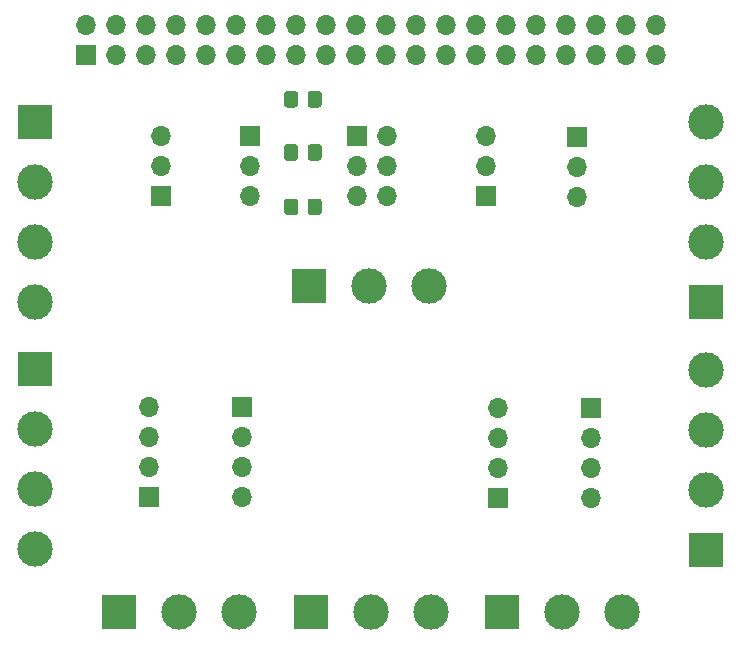
<source format=gbr>
%TF.GenerationSoftware,KiCad,Pcbnew,(5.1.10)-1*%
%TF.CreationDate,2022-03-08T12:45:46-05:00*%
%TF.ProjectId,PCBProjet,50434250-726f-46a6-9574-2e6b69636164,rev?*%
%TF.SameCoordinates,Original*%
%TF.FileFunction,Soldermask,Bot*%
%TF.FilePolarity,Negative*%
%FSLAX46Y46*%
G04 Gerber Fmt 4.6, Leading zero omitted, Abs format (unit mm)*
G04 Created by KiCad (PCBNEW (5.1.10)-1) date 2022-03-08 12:45:46*
%MOMM*%
%LPD*%
G01*
G04 APERTURE LIST*
%ADD10O,1.700000X1.700000*%
%ADD11R,1.700000X1.700000*%
%ADD12C,3.000000*%
%ADD13R,3.000000X3.000000*%
G04 APERTURE END LIST*
D10*
%TO.C,1W_Conn4*%
X159500000Y-88730000D03*
X159500000Y-86190000D03*
D11*
X159500000Y-83650000D03*
%TD*%
D10*
%TO.C,1W_Conn3*%
X151750000Y-83620000D03*
X151750000Y-86160000D03*
D11*
X151750000Y-88700000D03*
%TD*%
D10*
%TO.C,1W_Conn2*%
X131750000Y-88680000D03*
X131750000Y-86140000D03*
D11*
X131750000Y-83600000D03*
%TD*%
D10*
%TO.C,1W_Conn1*%
X124250000Y-83570000D03*
X124250000Y-86110000D03*
D11*
X124250000Y-88650000D03*
%TD*%
D12*
%TO.C,1Wire_Bornier2*%
X147110000Y-123900000D03*
X142030000Y-123900000D03*
D13*
X136950000Y-123900000D03*
%TD*%
D12*
%TO.C,1Wire_Bornier4*%
X146960000Y-96300000D03*
X141880000Y-96300000D03*
D13*
X136800000Y-96300000D03*
%TD*%
D12*
%TO.C,1Wire_Bornier3*%
X163310000Y-123900000D03*
X158230000Y-123900000D03*
D13*
X153150000Y-123900000D03*
%TD*%
D12*
%TO.C,1Wire_Bornier1*%
X130860000Y-123900000D03*
X125780000Y-123900000D03*
D13*
X120700000Y-123900000D03*
%TD*%
D12*
%TO.C,I2C_Bornier4*%
X170350000Y-82460000D03*
D13*
X170350000Y-97700000D03*
D12*
X170350000Y-87540000D03*
X170350000Y-92620000D03*
%TD*%
%TO.C,I2C_Bornier3*%
X170350000Y-103410000D03*
D13*
X170350000Y-118650000D03*
D12*
X170350000Y-108490000D03*
X170350000Y-113570000D03*
%TD*%
%TO.C,I2C_Bornier2*%
X113600000Y-118590000D03*
D13*
X113600000Y-103350000D03*
D12*
X113600000Y-113510000D03*
X113600000Y-108430000D03*
%TD*%
%TO.C,I2C_Bornier1*%
X113600000Y-97650000D03*
D13*
X113600000Y-82410000D03*
D12*
X113600000Y-92570000D03*
X113600000Y-87490000D03*
%TD*%
D11*
%TO.C,RaspPi_Conn*%
X117870000Y-76770000D03*
D10*
X117870000Y-74230000D03*
X120410000Y-76770000D03*
X120410000Y-74230000D03*
X122950000Y-76770000D03*
X122950000Y-74230000D03*
X125490000Y-76770000D03*
X125490000Y-74230000D03*
X128030000Y-76770000D03*
X128030000Y-74230000D03*
X130570000Y-76770000D03*
X130570000Y-74230000D03*
X133110000Y-76770000D03*
X133110000Y-74230000D03*
X135650000Y-76770000D03*
X135650000Y-74230000D03*
X138190000Y-76770000D03*
X138190000Y-74230000D03*
X140730000Y-76770000D03*
X140730000Y-74230000D03*
X143270000Y-76770000D03*
X143270000Y-74230000D03*
X145810000Y-76770000D03*
X145810000Y-74230000D03*
X148350000Y-76770000D03*
X148350000Y-74230000D03*
X150890000Y-76770000D03*
X150890000Y-74230000D03*
X153430000Y-76770000D03*
X153430000Y-74230000D03*
X155970000Y-76770000D03*
X155970000Y-74230000D03*
X158510000Y-76770000D03*
X158510000Y-74230000D03*
X161050000Y-76770000D03*
X161050000Y-74230000D03*
X163590000Y-76770000D03*
X163590000Y-74230000D03*
X166130000Y-76770000D03*
X166130000Y-74230000D03*
%TD*%
D11*
%TO.C,GPIO_Conn*%
X140850000Y-83600000D03*
D10*
X143390000Y-83600000D03*
X140850000Y-86140000D03*
X143390000Y-86140000D03*
X140850000Y-88680000D03*
X143390000Y-88680000D03*
%TD*%
D11*
%TO.C,I2C_Conn1*%
X123250000Y-114150000D03*
D10*
X123250000Y-111610000D03*
X123250000Y-109070000D03*
X123250000Y-106530000D03*
%TD*%
D11*
%TO.C,I2C_Conn2*%
X131100000Y-106550000D03*
D10*
X131100000Y-109090000D03*
X131100000Y-111630000D03*
X131100000Y-114170000D03*
%TD*%
%TO.C,I2C_Conn3*%
X152800000Y-106630000D03*
X152800000Y-109170000D03*
X152800000Y-111710000D03*
D11*
X152800000Y-114250000D03*
%TD*%
D10*
%TO.C,I2C_Conn4*%
X160650000Y-114270000D03*
X160650000Y-111730000D03*
X160650000Y-109190000D03*
D11*
X160650000Y-106650000D03*
%TD*%
%TO.C,R1*%
G36*
G01*
X137850000Y-80049999D02*
X137850000Y-80950001D01*
G75*
G02*
X137600001Y-81200000I-249999J0D01*
G01*
X136899999Y-81200000D01*
G75*
G02*
X136650000Y-80950001I0J249999D01*
G01*
X136650000Y-80049999D01*
G75*
G02*
X136899999Y-79800000I249999J0D01*
G01*
X137600001Y-79800000D01*
G75*
G02*
X137850000Y-80049999I0J-249999D01*
G01*
G37*
G36*
G01*
X135850000Y-80049999D02*
X135850000Y-80950001D01*
G75*
G02*
X135600001Y-81200000I-249999J0D01*
G01*
X134899999Y-81200000D01*
G75*
G02*
X134650000Y-80950001I0J249999D01*
G01*
X134650000Y-80049999D01*
G75*
G02*
X134899999Y-79800000I249999J0D01*
G01*
X135600001Y-79800000D01*
G75*
G02*
X135850000Y-80049999I0J-249999D01*
G01*
G37*
%TD*%
%TO.C,R2*%
G36*
G01*
X135850000Y-84549999D02*
X135850000Y-85450001D01*
G75*
G02*
X135600001Y-85700000I-249999J0D01*
G01*
X134899999Y-85700000D01*
G75*
G02*
X134650000Y-85450001I0J249999D01*
G01*
X134650000Y-84549999D01*
G75*
G02*
X134899999Y-84300000I249999J0D01*
G01*
X135600001Y-84300000D01*
G75*
G02*
X135850000Y-84549999I0J-249999D01*
G01*
G37*
G36*
G01*
X137850000Y-84549999D02*
X137850000Y-85450001D01*
G75*
G02*
X137600001Y-85700000I-249999J0D01*
G01*
X136899999Y-85700000D01*
G75*
G02*
X136650000Y-85450001I0J249999D01*
G01*
X136650000Y-84549999D01*
G75*
G02*
X136899999Y-84300000I249999J0D01*
G01*
X137600001Y-84300000D01*
G75*
G02*
X137850000Y-84549999I0J-249999D01*
G01*
G37*
%TD*%
%TO.C,R3*%
G36*
G01*
X137850000Y-89149999D02*
X137850000Y-90050001D01*
G75*
G02*
X137600001Y-90300000I-249999J0D01*
G01*
X136899999Y-90300000D01*
G75*
G02*
X136650000Y-90050001I0J249999D01*
G01*
X136650000Y-89149999D01*
G75*
G02*
X136899999Y-88900000I249999J0D01*
G01*
X137600001Y-88900000D01*
G75*
G02*
X137850000Y-89149999I0J-249999D01*
G01*
G37*
G36*
G01*
X135850000Y-89149999D02*
X135850000Y-90050001D01*
G75*
G02*
X135600001Y-90300000I-249999J0D01*
G01*
X134899999Y-90300000D01*
G75*
G02*
X134650000Y-90050001I0J249999D01*
G01*
X134650000Y-89149999D01*
G75*
G02*
X134899999Y-88900000I249999J0D01*
G01*
X135600001Y-88900000D01*
G75*
G02*
X135850000Y-89149999I0J-249999D01*
G01*
G37*
%TD*%
M02*

</source>
